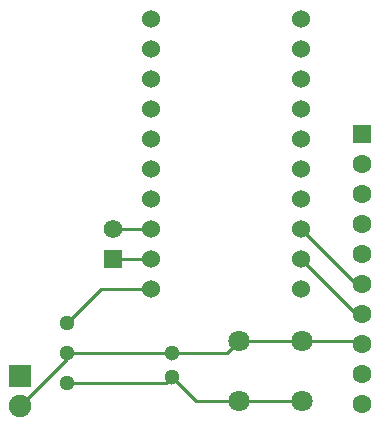
<source format=gbl>
G04 Layer: BottomLayer*
G04 EasyEDA v6.2.46, 2019-11-14T14:20:35--8:00*
G04 6cc4c092965b432d8056714782698947,b8365342f910463186eac5fadccb516d,10*
G04 Gerber Generator version 0.2*
G04 Scale: 100 percent, Rotated: No, Reflected: No *
G04 Dimensions in inches *
G04 leading zeros omitted , absolute positions ,2 integer and 4 decimal *
%FSLAX24Y24*%
%MOIN*%
G90*
G70D02*

%ADD10C,0.010000*%
%ADD11R,0.062000X0.062000*%
%ADD12C,0.062000*%
%ADD13C,0.062992*%
%ADD14R,0.062992X0.062992*%
%ADD15C,0.060000*%
%ADD16C,0.070866*%
%ADD17C,0.051181*%
%ADD18R,0.074803X0.074803*%
%ADD19C,0.074803*%
%ADD20C,0.050710*%

%LPD*%
G54D10*
G01X5200Y5850D02*
G01X3950Y5850D01*
G01X5200Y6850D02*
G01X3950Y6850D01*
G01X10250Y3100D02*
G01X12150Y3100D01*
G01X12250Y3000D01*
G01X8150Y3100D02*
G01X10250Y3100D01*
G01X5900Y2696D02*
G01X7747Y2696D01*
G01X8150Y3100D01*
G01X2400Y2700D02*
G01X5897Y2700D01*
G01X5900Y2696D01*
G01X5900Y2696D02*
G01X5900Y2694D01*
G01X850Y950D02*
G01X2400Y2500D01*
G01X2400Y2700D01*
G01X8150Y1100D02*
G01X10250Y1100D01*
G01X5900Y1905D02*
G01X6706Y1100D01*
G01X8150Y1100D01*
G01X2400Y1700D02*
G01X5693Y1700D01*
G01X5900Y1905D01*
G01X10200Y5850D02*
G01X12050Y4000D01*
G01X12250Y4000D01*
G01X10200Y6850D02*
G01X12050Y5000D01*
G01X12250Y5000D01*
G01X5200Y4850D02*
G01X3550Y4850D01*
G01X2400Y3700D01*
G54D11*
G01X3950Y5850D03*
G54D12*
G01X3950Y6850D03*
G54D13*
G01X12250Y1000D03*
G01X12250Y2000D03*
G01X12250Y3000D03*
G01X12250Y4000D03*
G01X12250Y5000D03*
G01X12250Y6000D03*
G01X12250Y7000D03*
G01X12250Y8000D03*
G01X12250Y9000D03*
G54D14*
G01X12250Y10000D03*
G54D15*
G01X5200Y13850D03*
G01X5200Y12850D03*
G01X5200Y11850D03*
G01X5200Y10850D03*
G01X5200Y9850D03*
G01X5200Y8850D03*
G01X5200Y7850D03*
G01X5200Y6850D03*
G01X5200Y5850D03*
G01X5200Y4850D03*
G01X10200Y13850D03*
G01X10200Y12850D03*
G01X10200Y11850D03*
G01X10200Y10850D03*
G01X10200Y9850D03*
G01X10200Y8850D03*
G01X10200Y7850D03*
G01X10200Y6850D03*
G01X10200Y5850D03*
G01X10200Y4850D03*
G54D16*
G01X10250Y1100D03*
G01X10250Y3100D03*
G01X8150Y1100D03*
G01X8150Y3100D03*
G54D17*
G01X5900Y1906D03*
G01X5900Y2693D03*
G54D18*
G01X850Y1950D03*
G54D19*
G01X850Y950D03*
G54D20*
G01X2400Y3700D03*
G01X2400Y2700D03*
G01X2400Y1700D03*
M00*
M02*

</source>
